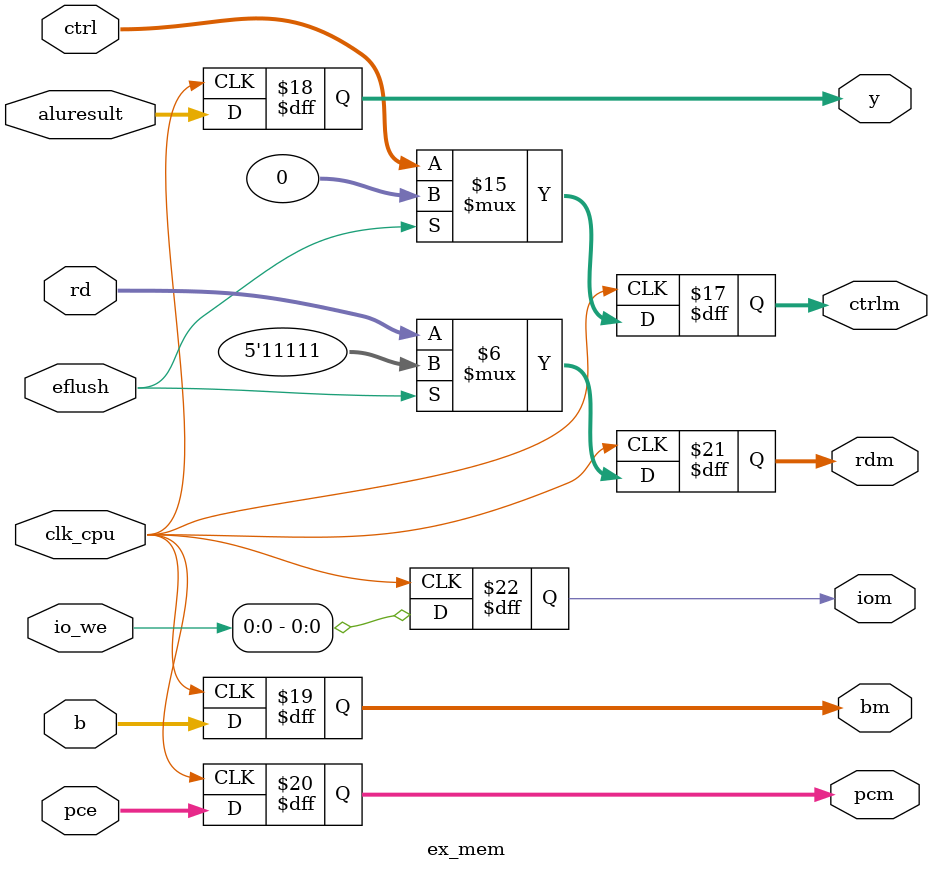
<source format=v>
`timescale 1ns / 1ps

module ex_mem(  
input clk_cpu,eflush,
input[31:0]     ctrl,aluresult,b,pce,
input[4:0]      rd,io_we,
output  reg[31:0]    ctrlm,y,bm,pcm,
output  reg[4:0] rdm,
output  reg iom
    );
initial begin rdm<=31;end
always@(posedge clk_cpu)    begin
    if(eflush)  begin ctrlm<=0;     y<=aluresult;   bm<=b;  pcm<=pce; rdm<=31;    iom<=io_we;   end
    else   begin  ctrlm<=ctrl;    y<=aluresult;   bm<=b;  pcm<=pce; rdm<=rd;    iom<=io_we;  end   
    end
endmodule

</source>
